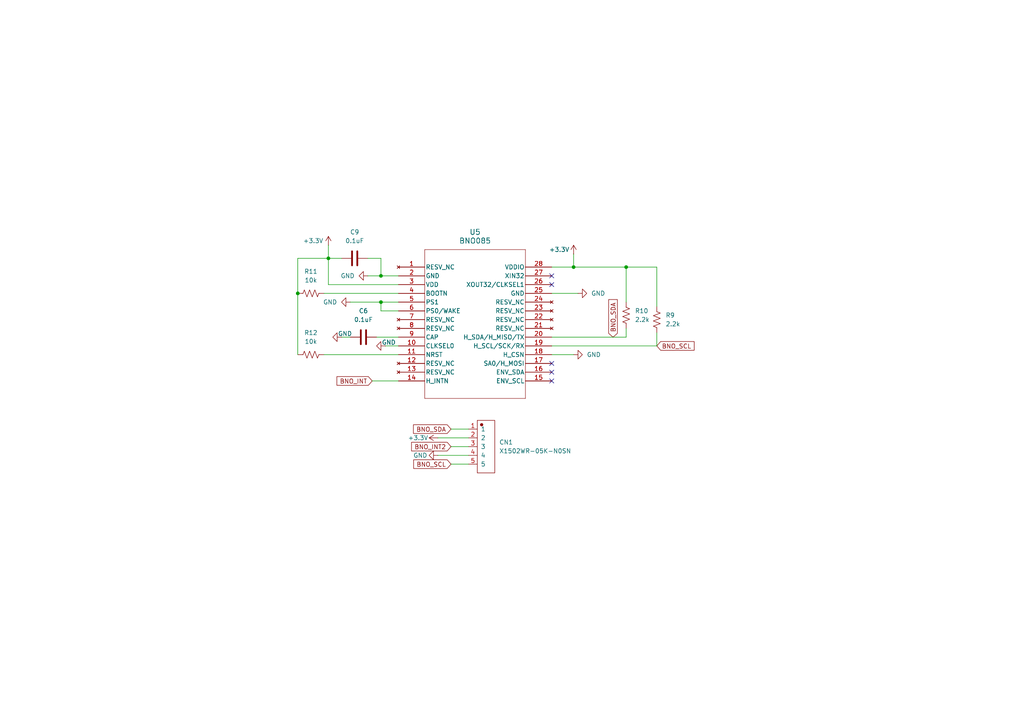
<source format=kicad_sch>
(kicad_sch
	(version 20231120)
	(generator "eeschema")
	(generator_version "8.0")
	(uuid "da091939-4ecb-4ebd-8278-50daad2015ba")
	(paper "A4")
	(lib_symbols
		(symbol "power:+3.3V"
			(power)
			(pin_numbers hide)
			(pin_names
				(offset 0) hide)
			(exclude_from_sim no)
			(in_bom yes)
			(on_board yes)
			(property "Reference" "#PWR"
				(at 0 -3.81 0)
				(effects
					(font
						(size 1.27 1.27)
					)
					(hide yes)
				)
			)
			(property "Value" "+3.3V"
				(at 0 3.556 0)
				(effects
					(font
						(size 1.27 1.27)
					)
				)
			)
			(property "Footprint" ""
				(at 0 0 0)
				(effects
					(font
						(size 1.27 1.27)
					)
					(hide yes)
				)
			)
			(property "Datasheet" ""
				(at 0 0 0)
				(effects
					(font
						(size 1.27 1.27)
					)
					(hide yes)
				)
			)
			(property "Description" "Power symbol creates a global label with name \"+3.3V\""
				(at 0 0 0)
				(effects
					(font
						(size 1.27 1.27)
					)
					(hide yes)
				)
			)
			(property "ki_keywords" "global power"
				(at 0 0 0)
				(effects
					(font
						(size 1.27 1.27)
					)
					(hide yes)
				)
			)
			(symbol "+3.3V_0_1"
				(polyline
					(pts
						(xy -0.762 1.27) (xy 0 2.54)
					)
					(stroke
						(width 0)
						(type default)
					)
					(fill
						(type none)
					)
				)
				(polyline
					(pts
						(xy 0 0) (xy 0 2.54)
					)
					(stroke
						(width 0)
						(type default)
					)
					(fill
						(type none)
					)
				)
				(polyline
					(pts
						(xy 0 2.54) (xy 0.762 1.27)
					)
					(stroke
						(width 0)
						(type default)
					)
					(fill
						(type none)
					)
				)
			)
			(symbol "+3.3V_1_1"
				(pin power_in line
					(at 0 0 90)
					(length 0)
					(name "~"
						(effects
							(font
								(size 1.27 1.27)
							)
						)
					)
					(number "1"
						(effects
							(font
								(size 1.27 1.27)
							)
						)
					)
				)
			)
		)
		(symbol "power:GND"
			(power)
			(pin_numbers hide)
			(pin_names
				(offset 0) hide)
			(exclude_from_sim no)
			(in_bom yes)
			(on_board yes)
			(property "Reference" "#PWR"
				(at 0 -6.35 0)
				(effects
					(font
						(size 1.27 1.27)
					)
					(hide yes)
				)
			)
			(property "Value" "GND"
				(at 0 -3.81 0)
				(effects
					(font
						(size 1.27 1.27)
					)
				)
			)
			(property "Footprint" ""
				(at 0 0 0)
				(effects
					(font
						(size 1.27 1.27)
					)
					(hide yes)
				)
			)
			(property "Datasheet" ""
				(at 0 0 0)
				(effects
					(font
						(size 1.27 1.27)
					)
					(hide yes)
				)
			)
			(property "Description" "Power symbol creates a global label with name \"GND\" , ground"
				(at 0 0 0)
				(effects
					(font
						(size 1.27 1.27)
					)
					(hide yes)
				)
			)
			(property "ki_keywords" "global power"
				(at 0 0 0)
				(effects
					(font
						(size 1.27 1.27)
					)
					(hide yes)
				)
			)
			(symbol "GND_0_1"
				(polyline
					(pts
						(xy 0 0) (xy 0 -1.27) (xy 1.27 -1.27) (xy 0 -2.54) (xy -1.27 -1.27) (xy 0 -1.27)
					)
					(stroke
						(width 0)
						(type default)
					)
					(fill
						(type none)
					)
				)
			)
			(symbol "GND_1_1"
				(pin power_in line
					(at 0 0 270)
					(length 0)
					(name "~"
						(effects
							(font
								(size 1.27 1.27)
							)
						)
					)
					(number "1"
						(effects
							(font
								(size 1.27 1.27)
							)
						)
					)
				)
			)
		)
		(symbol "uSlime:BNO085"
			(pin_names
				(offset 0.254)
			)
			(exclude_from_sim no)
			(in_bom yes)
			(on_board yes)
			(property "Reference" "U"
				(at 35.56 10.16 0)
				(effects
					(font
						(size 1.524 1.524)
					)
				)
			)
			(property "Value" "BNO085"
				(at 35.56 7.62 0)
				(effects
					(font
						(size 1.524 1.524)
					)
				)
			)
			(property "Footprint" "uSlime-libs:BNO080"
				(at 13.97 0 0)
				(effects
					(font
						(size 1.27 1.27)
						(italic yes)
					)
					(hide yes)
				)
			)
			(property "Datasheet" "BNO085"
				(at 13.97 0 0)
				(effects
					(font
						(size 1.27 1.27)
						(italic yes)
					)
					(hide yes)
				)
			)
			(property "Description" ""
				(at 13.97 0 0)
				(effects
					(font
						(size 1.27 1.27)
					)
					(hide yes)
				)
			)
			(property "ki_keywords" "BNO085"
				(at 0 0 0)
				(effects
					(font
						(size 1.27 1.27)
					)
					(hide yes)
				)
			)
			(property "ki_fp_filters" "LGA28_5.2X3.8_CEV LGA28_5.2X3.8_CEV-M LGA28_5.2X3.8_CEV-L"
				(at 0 0 0)
				(effects
					(font
						(size 1.27 1.27)
					)
					(hide yes)
				)
			)
			(symbol "BNO085_0_1"
				(polyline
					(pts
						(xy 21.59 -38.1) (xy 50.8 -38.1)
					)
					(stroke
						(width 0.127)
						(type default)
					)
					(fill
						(type none)
					)
				)
				(polyline
					(pts
						(xy 21.59 5.08) (xy 21.59 -38.1)
					)
					(stroke
						(width 0.127)
						(type default)
					)
					(fill
						(type none)
					)
				)
				(polyline
					(pts
						(xy 50.8 -38.1) (xy 50.8 5.08)
					)
					(stroke
						(width 0.127)
						(type default)
					)
					(fill
						(type none)
					)
				)
				(polyline
					(pts
						(xy 50.8 5.08) (xy 21.59 5.08)
					)
					(stroke
						(width 0.127)
						(type default)
					)
					(fill
						(type none)
					)
				)
				(pin no_connect line
					(at 13.97 0 0)
					(length 7.62)
					(name "RESV_NC"
						(effects
							(font
								(size 1.27 1.27)
							)
						)
					)
					(number "1"
						(effects
							(font
								(size 1.27 1.27)
							)
						)
					)
				)
				(pin input line
					(at 13.97 -22.86 0)
					(length 7.62)
					(name "CLKSEL0"
						(effects
							(font
								(size 1.27 1.27)
							)
						)
					)
					(number "10"
						(effects
							(font
								(size 1.27 1.27)
							)
						)
					)
				)
				(pin input line
					(at 13.97 -25.4 0)
					(length 7.62)
					(name "NRST"
						(effects
							(font
								(size 1.27 1.27)
							)
						)
					)
					(number "11"
						(effects
							(font
								(size 1.27 1.27)
							)
						)
					)
				)
				(pin no_connect line
					(at 13.97 -27.94 0)
					(length 7.62)
					(name "RESV_NC"
						(effects
							(font
								(size 1.27 1.27)
							)
						)
					)
					(number "12"
						(effects
							(font
								(size 1.27 1.27)
							)
						)
					)
				)
				(pin no_connect line
					(at 13.97 -30.48 0)
					(length 7.62)
					(name "RESV_NC"
						(effects
							(font
								(size 1.27 1.27)
							)
						)
					)
					(number "13"
						(effects
							(font
								(size 1.27 1.27)
							)
						)
					)
				)
				(pin output line
					(at 13.97 -33.02 0)
					(length 7.62)
					(name "H_INTN"
						(effects
							(font
								(size 1.27 1.27)
							)
						)
					)
					(number "14"
						(effects
							(font
								(size 1.27 1.27)
							)
						)
					)
				)
				(pin bidirectional line
					(at 58.42 -33.02 180)
					(length 7.62)
					(name "ENV_SCL"
						(effects
							(font
								(size 1.27 1.27)
							)
						)
					)
					(number "15"
						(effects
							(font
								(size 1.27 1.27)
							)
						)
					)
				)
				(pin bidirectional line
					(at 58.42 -30.48 180)
					(length 7.62)
					(name "ENV_SDA"
						(effects
							(font
								(size 1.27 1.27)
							)
						)
					)
					(number "16"
						(effects
							(font
								(size 1.27 1.27)
							)
						)
					)
				)
				(pin input line
					(at 58.42 -27.94 180)
					(length 7.62)
					(name "SA0/H_MOSI"
						(effects
							(font
								(size 1.27 1.27)
							)
						)
					)
					(number "17"
						(effects
							(font
								(size 1.27 1.27)
							)
						)
					)
				)
				(pin input line
					(at 58.42 -25.4 180)
					(length 7.62)
					(name "H_CSN"
						(effects
							(font
								(size 1.27 1.27)
							)
						)
					)
					(number "18"
						(effects
							(font
								(size 1.27 1.27)
							)
						)
					)
				)
				(pin bidirectional line
					(at 58.42 -22.86 180)
					(length 7.62)
					(name "H_SCL/SCK/RX"
						(effects
							(font
								(size 1.27 1.27)
							)
						)
					)
					(number "19"
						(effects
							(font
								(size 1.27 1.27)
							)
						)
					)
				)
				(pin power_out line
					(at 13.97 -2.54 0)
					(length 7.62)
					(name "GND"
						(effects
							(font
								(size 1.27 1.27)
							)
						)
					)
					(number "2"
						(effects
							(font
								(size 1.27 1.27)
							)
						)
					)
				)
				(pin bidirectional line
					(at 58.42 -20.32 180)
					(length 7.62)
					(name "H_SDA/H_MISO/TX"
						(effects
							(font
								(size 1.27 1.27)
							)
						)
					)
					(number "20"
						(effects
							(font
								(size 1.27 1.27)
							)
						)
					)
				)
				(pin no_connect line
					(at 58.42 -17.78 180)
					(length 7.62)
					(name "RESV_NC"
						(effects
							(font
								(size 1.27 1.27)
							)
						)
					)
					(number "21"
						(effects
							(font
								(size 1.27 1.27)
							)
						)
					)
				)
				(pin no_connect line
					(at 58.42 -15.24 180)
					(length 7.62)
					(name "RESV_NC"
						(effects
							(font
								(size 1.27 1.27)
							)
						)
					)
					(number "22"
						(effects
							(font
								(size 1.27 1.27)
							)
						)
					)
				)
				(pin no_connect line
					(at 58.42 -12.7 180)
					(length 7.62)
					(name "RESV_NC"
						(effects
							(font
								(size 1.27 1.27)
							)
						)
					)
					(number "23"
						(effects
							(font
								(size 1.27 1.27)
							)
						)
					)
				)
				(pin no_connect line
					(at 58.42 -10.16 180)
					(length 7.62)
					(name "RESV_NC"
						(effects
							(font
								(size 1.27 1.27)
							)
						)
					)
					(number "24"
						(effects
							(font
								(size 1.27 1.27)
							)
						)
					)
				)
				(pin power_out line
					(at 58.42 -7.62 180)
					(length 7.62)
					(name "GND"
						(effects
							(font
								(size 1.27 1.27)
							)
						)
					)
					(number "25"
						(effects
							(font
								(size 1.27 1.27)
							)
						)
					)
				)
				(pin output line
					(at 58.42 -5.08 180)
					(length 7.62)
					(name "XOUT32/CLKSEL1"
						(effects
							(font
								(size 1.27 1.27)
							)
						)
					)
					(number "26"
						(effects
							(font
								(size 1.27 1.27)
							)
						)
					)
				)
				(pin input line
					(at 58.42 -2.54 180)
					(length 7.62)
					(name "XIN32"
						(effects
							(font
								(size 1.27 1.27)
							)
						)
					)
					(number "27"
						(effects
							(font
								(size 1.27 1.27)
							)
						)
					)
				)
				(pin power_in line
					(at 58.42 0 180)
					(length 7.62)
					(name "VDDIO"
						(effects
							(font
								(size 1.27 1.27)
							)
						)
					)
					(number "28"
						(effects
							(font
								(size 1.27 1.27)
							)
						)
					)
				)
				(pin power_in line
					(at 13.97 -5.08 0)
					(length 7.62)
					(name "VDD"
						(effects
							(font
								(size 1.27 1.27)
							)
						)
					)
					(number "3"
						(effects
							(font
								(size 1.27 1.27)
							)
						)
					)
				)
				(pin input line
					(at 13.97 -7.62 0)
					(length 7.62)
					(name "BOOTN"
						(effects
							(font
								(size 1.27 1.27)
							)
						)
					)
					(number "4"
						(effects
							(font
								(size 1.27 1.27)
							)
						)
					)
				)
				(pin input line
					(at 13.97 -10.16 0)
					(length 7.62)
					(name "PS1"
						(effects
							(font
								(size 1.27 1.27)
							)
						)
					)
					(number "5"
						(effects
							(font
								(size 1.27 1.27)
							)
						)
					)
				)
				(pin input line
					(at 13.97 -12.7 0)
					(length 7.62)
					(name "PS0/WAKE"
						(effects
							(font
								(size 1.27 1.27)
							)
						)
					)
					(number "6"
						(effects
							(font
								(size 1.27 1.27)
							)
						)
					)
				)
				(pin no_connect line
					(at 13.97 -15.24 0)
					(length 7.62)
					(name "RESV_NC"
						(effects
							(font
								(size 1.27 1.27)
							)
						)
					)
					(number "7"
						(effects
							(font
								(size 1.27 1.27)
							)
						)
					)
				)
				(pin no_connect line
					(at 13.97 -17.78 0)
					(length 7.62)
					(name "RESV_NC"
						(effects
							(font
								(size 1.27 1.27)
							)
						)
					)
					(number "8"
						(effects
							(font
								(size 1.27 1.27)
							)
						)
					)
				)
				(pin power_in line
					(at 13.97 -20.32 0)
					(length 7.62)
					(name "CAP"
						(effects
							(font
								(size 1.27 1.27)
							)
						)
					)
					(number "9"
						(effects
							(font
								(size 1.27 1.27)
							)
						)
					)
				)
			)
		)
		(symbol "uSlime:C"
			(pin_numbers hide)
			(pin_names
				(offset 0.254)
			)
			(exclude_from_sim no)
			(in_bom yes)
			(on_board yes)
			(property "Reference" "C"
				(at 0.635 2.54 0)
				(effects
					(font
						(size 1.27 1.27)
					)
					(justify left)
				)
			)
			(property "Value" "C"
				(at 0.635 -2.54 0)
				(effects
					(font
						(size 1.27 1.27)
					)
					(justify left)
				)
			)
			(property "Footprint" "Capacitor_SMD:C_0402_1005Metric"
				(at 0.9652 -3.81 0)
				(effects
					(font
						(size 1.27 1.27)
					)
					(hide yes)
				)
			)
			(property "Datasheet" "~"
				(at 0 0 0)
				(effects
					(font
						(size 1.27 1.27)
					)
					(hide yes)
				)
			)
			(property "Description" "Unpolarized capacitor"
				(at 0 0 0)
				(effects
					(font
						(size 1.27 1.27)
					)
					(hide yes)
				)
			)
			(property "ki_keywords" "cap capacitor"
				(at 0 0 0)
				(effects
					(font
						(size 1.27 1.27)
					)
					(hide yes)
				)
			)
			(property "ki_fp_filters" "C_*"
				(at 0 0 0)
				(effects
					(font
						(size 1.27 1.27)
					)
					(hide yes)
				)
			)
			(symbol "C_0_1"
				(polyline
					(pts
						(xy -2.032 -0.762) (xy 2.032 -0.762)
					)
					(stroke
						(width 0.508)
						(type default)
					)
					(fill
						(type none)
					)
				)
				(polyline
					(pts
						(xy -2.032 0.762) (xy 2.032 0.762)
					)
					(stroke
						(width 0.508)
						(type default)
					)
					(fill
						(type none)
					)
				)
			)
			(symbol "C_1_1"
				(pin passive line
					(at 0 3.81 270)
					(length 2.794)
					(name "~"
						(effects
							(font
								(size 1.27 1.27)
							)
						)
					)
					(number "1"
						(effects
							(font
								(size 1.27 1.27)
							)
						)
					)
				)
				(pin passive line
					(at 0 -3.81 90)
					(length 2.794)
					(name "~"
						(effects
							(font
								(size 1.27 1.27)
							)
						)
					)
					(number "2"
						(effects
							(font
								(size 1.27 1.27)
							)
						)
					)
				)
			)
		)
		(symbol "uSlime:R_US"
			(pin_numbers hide)
			(pin_names
				(offset 0)
			)
			(exclude_from_sim no)
			(in_bom yes)
			(on_board yes)
			(property "Reference" "R"
				(at 2.54 0 90)
				(effects
					(font
						(size 1.27 1.27)
					)
				)
			)
			(property "Value" "R_US"
				(at -2.54 0 90)
				(effects
					(font
						(size 1.27 1.27)
					)
				)
			)
			(property "Footprint" "Resistor_SMD:R_0402_1005Metric"
				(at 1.016 -0.254 90)
				(effects
					(font
						(size 1.27 1.27)
					)
					(hide yes)
				)
			)
			(property "Datasheet" "~"
				(at 0 0 0)
				(effects
					(font
						(size 1.27 1.27)
					)
					(hide yes)
				)
			)
			(property "Description" "Resistor, US symbol"
				(at 0 0 0)
				(effects
					(font
						(size 1.27 1.27)
					)
					(hide yes)
				)
			)
			(property "ki_keywords" "R res resistor"
				(at 0 0 0)
				(effects
					(font
						(size 1.27 1.27)
					)
					(hide yes)
				)
			)
			(property "ki_fp_filters" "R_*"
				(at 0 0 0)
				(effects
					(font
						(size 1.27 1.27)
					)
					(hide yes)
				)
			)
			(symbol "R_US_0_1"
				(polyline
					(pts
						(xy 0 -2.286) (xy 0 -2.54)
					)
					(stroke
						(width 0)
						(type default)
					)
					(fill
						(type none)
					)
				)
				(polyline
					(pts
						(xy 0 2.286) (xy 0 2.54)
					)
					(stroke
						(width 0)
						(type default)
					)
					(fill
						(type none)
					)
				)
				(polyline
					(pts
						(xy 0 -0.762) (xy 1.016 -1.143) (xy 0 -1.524) (xy -1.016 -1.905) (xy 0 -2.286)
					)
					(stroke
						(width 0)
						(type default)
					)
					(fill
						(type none)
					)
				)
				(polyline
					(pts
						(xy 0 0.762) (xy 1.016 0.381) (xy 0 0) (xy -1.016 -0.381) (xy 0 -0.762)
					)
					(stroke
						(width 0)
						(type default)
					)
					(fill
						(type none)
					)
				)
				(polyline
					(pts
						(xy 0 2.286) (xy 1.016 1.905) (xy 0 1.524) (xy -1.016 1.143) (xy 0 0.762)
					)
					(stroke
						(width 0)
						(type default)
					)
					(fill
						(type none)
					)
				)
			)
			(symbol "R_US_1_1"
				(pin passive line
					(at 0 3.81 270)
					(length 1.27)
					(name "~"
						(effects
							(font
								(size 1.27 1.27)
							)
						)
					)
					(number "1"
						(effects
							(font
								(size 1.27 1.27)
							)
						)
					)
				)
				(pin passive line
					(at 0 -3.81 90)
					(length 1.27)
					(name "~"
						(effects
							(font
								(size 1.27 1.27)
							)
						)
					)
					(number "2"
						(effects
							(font
								(size 1.27 1.27)
							)
						)
					)
				)
			)
		)
		(symbol "uSlime:X1502WR-05K-N0SN"
			(pin_names
				(offset 1.016)
			)
			(exclude_from_sim no)
			(in_bom yes)
			(on_board yes)
			(property "Reference" "CN"
				(at 0 10.16 0)
				(effects
					(font
						(size 1.27 1.27)
					)
				)
			)
			(property "Value" "X1502WR-05K-N0SN"
				(at 0 15.24 0)
				(effects
					(font
						(size 1.27 1.27)
					)
				)
			)
			(property "Footprint" "uSlime-libs:CONN-TH_5P-P1.50_X1502WR-05K-N0SN"
				(at 0 5.08 0)
				(effects
					(font
						(size 1.27 1.27)
					)
					(hide yes)
				)
			)
			(property "Datasheet" "http://www.szlcsc.com/product/details_587019.html"
				(at 0 0 0)
				(effects
					(font
						(size 1.27 1.27)
					)
					(hide yes)
				)
			)
			(property "Description" "C561537"
				(at 0 -5.08 0)
				(effects
					(font
						(size 1.27 1.27)
					)
					(hide yes)
				)
			)
			(property "uuid" "std:268fd150cfff42dfa6c6c0b3cfd730b2"
				(at 0 -5.08 0)
				(effects
					(font
						(size 1.27 1.27)
					)
					(hide yes)
				)
			)
			(symbol "X1502WR-05K-N0SN_1_1"
				(rectangle
					(start -2.54 7.62)
					(end 2.54 -7.62)
					(stroke
						(width 0.1524)
						(type solid)
					)
					(fill
						(type none)
					)
				)
				(circle
					(center -1.27 6.35)
					(radius 0.381)
					(stroke
						(width 0.1524)
						(type solid)
					)
					(fill
						(type outline)
					)
				)
				(pin input line
					(at -5.08 5.08 0)
					(length 2.54)
					(name "1"
						(effects
							(font
								(size 1.27 1.27)
							)
						)
					)
					(number "1"
						(effects
							(font
								(size 1.27 1.27)
							)
						)
					)
				)
				(pin input line
					(at -5.08 2.54 0)
					(length 2.54)
					(name "2"
						(effects
							(font
								(size 1.27 1.27)
							)
						)
					)
					(number "2"
						(effects
							(font
								(size 1.27 1.27)
							)
						)
					)
				)
				(pin input line
					(at -5.08 0 0)
					(length 2.54)
					(name "3"
						(effects
							(font
								(size 1.27 1.27)
							)
						)
					)
					(number "3"
						(effects
							(font
								(size 1.27 1.27)
							)
						)
					)
				)
				(pin input line
					(at -5.08 -2.54 0)
					(length 2.54)
					(name "4"
						(effects
							(font
								(size 1.27 1.27)
							)
						)
					)
					(number "4"
						(effects
							(font
								(size 1.27 1.27)
							)
						)
					)
				)
				(pin input line
					(at -5.08 -5.08 0)
					(length 2.54)
					(name "5"
						(effects
							(font
								(size 1.27 1.27)
							)
						)
					)
					(number "5"
						(effects
							(font
								(size 1.27 1.27)
							)
						)
					)
				)
			)
		)
	)
	(junction
		(at 95.25 74.93)
		(diameter 0)
		(color 0 0 0 0)
		(uuid "2b326b22-55f9-4dc0-a2ca-82f33b1141a1")
	)
	(junction
		(at 86.36 85.09)
		(diameter 0)
		(color 0 0 0 0)
		(uuid "3b452d55-1675-489b-8807-115bd85725f1")
	)
	(junction
		(at 181.61 77.47)
		(diameter 0)
		(color 0 0 0 0)
		(uuid "6442f09c-a732-4311-bfd3-8ac79a3794fc")
	)
	(junction
		(at 110.49 87.63)
		(diameter 0)
		(color 0 0 0 0)
		(uuid "706a045b-7f66-4488-ad7c-960536b7caa4")
	)
	(junction
		(at 110.49 80.01)
		(diameter 0)
		(color 0 0 0 0)
		(uuid "b3d3334d-69dc-4c84-bdd3-ff28309a3adc")
	)
	(junction
		(at 166.37 77.47)
		(diameter 0)
		(color 0 0 0 0)
		(uuid "be19aae2-4891-40b9-b403-102f9214ae40")
	)
	(no_connect
		(at 160.02 105.41)
		(uuid "0e89013f-0821-4329-8dd9-7fb879c11b64")
	)
	(no_connect
		(at 160.02 82.55)
		(uuid "31efc91b-3f45-4b21-924e-248855b3501a")
	)
	(no_connect
		(at 160.02 110.49)
		(uuid "4fe21af0-1b2f-42fa-bf76-7fb69ecf40bb")
	)
	(no_connect
		(at 160.02 80.01)
		(uuid "dc5349a9-b06b-4931-8270-1fa4b4dcc3f0")
	)
	(no_connect
		(at 160.02 107.95)
		(uuid "dd08c5e0-6b63-4c56-863f-9b456d7bca5d")
	)
	(wire
		(pts
			(xy 86.36 85.09) (xy 86.36 102.87)
		)
		(stroke
			(width 0)
			(type default)
		)
		(uuid "058ae2ef-6778-41ce-9213-4fca50c1b7c1")
	)
	(wire
		(pts
			(xy 109.22 97.79) (xy 115.57 97.79)
		)
		(stroke
			(width 0)
			(type default)
		)
		(uuid "0e89e2a6-d5b9-47cd-8fe3-b466eabcecd2")
	)
	(wire
		(pts
			(xy 127 132.08) (xy 135.89 132.08)
		)
		(stroke
			(width 0)
			(type default)
		)
		(uuid "0fcd3b81-ebf8-433a-be2a-c4f542f14126")
	)
	(wire
		(pts
			(xy 115.57 102.87) (xy 93.98 102.87)
		)
		(stroke
			(width 0)
			(type default)
		)
		(uuid "100875f1-ea66-488d-8cc8-9f31300e4613")
	)
	(wire
		(pts
			(xy 160.02 102.87) (xy 166.37 102.87)
		)
		(stroke
			(width 0)
			(type default)
		)
		(uuid "1b840efa-bbd5-45c8-8f3a-cd9bf05169f5")
	)
	(wire
		(pts
			(xy 130.81 124.46) (xy 135.89 124.46)
		)
		(stroke
			(width 0)
			(type default)
		)
		(uuid "22c48e9e-7f34-4e9b-83e3-281f1dda44de")
	)
	(wire
		(pts
			(xy 107.95 110.49) (xy 115.57 110.49)
		)
		(stroke
			(width 0)
			(type default)
		)
		(uuid "25b959be-96c5-4090-bd11-28fa73373b7d")
	)
	(wire
		(pts
			(xy 181.61 95.25) (xy 181.61 97.79)
		)
		(stroke
			(width 0)
			(type default)
		)
		(uuid "25bf27f0-11c6-48aa-914d-e6121c4e5cab")
	)
	(wire
		(pts
			(xy 190.5 96.52) (xy 190.5 100.33)
		)
		(stroke
			(width 0)
			(type default)
		)
		(uuid "36a51a36-3e29-466d-923b-0ee5783d7d93")
	)
	(wire
		(pts
			(xy 127 127) (xy 135.89 127)
		)
		(stroke
			(width 0)
			(type default)
		)
		(uuid "3df1f511-8966-4d2c-8e0b-0e9e6a2b721f")
	)
	(wire
		(pts
			(xy 106.68 80.01) (xy 110.49 80.01)
		)
		(stroke
			(width 0)
			(type default)
		)
		(uuid "40e70aff-f7ba-4fac-9992-2b3eb81b697c")
	)
	(wire
		(pts
			(xy 167.64 85.09) (xy 160.02 85.09)
		)
		(stroke
			(width 0)
			(type default)
		)
		(uuid "41696319-42b8-4a6c-8e2c-b1f944473ac3")
	)
	(wire
		(pts
			(xy 99.06 97.79) (xy 101.6 97.79)
		)
		(stroke
			(width 0)
			(type default)
		)
		(uuid "46112ea8-a19f-4835-9221-6ec5a1baf0c4")
	)
	(wire
		(pts
			(xy 130.81 134.62) (xy 135.89 134.62)
		)
		(stroke
			(width 0)
			(type default)
		)
		(uuid "4696a8ad-0b23-4e29-b481-940aaa4cf228")
	)
	(wire
		(pts
			(xy 190.5 100.33) (xy 160.02 100.33)
		)
		(stroke
			(width 0)
			(type default)
		)
		(uuid "487a6ad6-c24b-44e6-ae1b-1e058a28be2c")
	)
	(wire
		(pts
			(xy 110.49 87.63) (xy 115.57 87.63)
		)
		(stroke
			(width 0)
			(type default)
		)
		(uuid "59b962a7-5ada-4f2c-a3f0-87917c0344b7")
	)
	(wire
		(pts
			(xy 111.76 100.33) (xy 115.57 100.33)
		)
		(stroke
			(width 0)
			(type default)
		)
		(uuid "6160cc24-bd6b-45be-935c-26c81a14c420")
	)
	(wire
		(pts
			(xy 110.49 87.63) (xy 110.49 90.17)
		)
		(stroke
			(width 0)
			(type default)
		)
		(uuid "6e9af3d1-e553-4e97-990f-a11461a54eff")
	)
	(wire
		(pts
			(xy 95.25 71.12) (xy 95.25 74.93)
		)
		(stroke
			(width 0)
			(type default)
		)
		(uuid "72d12bf0-92c3-470d-95c7-9f8748ec9860")
	)
	(wire
		(pts
			(xy 101.6 87.63) (xy 110.49 87.63)
		)
		(stroke
			(width 0)
			(type default)
		)
		(uuid "7a371fdd-fab2-4568-941f-363217349450")
	)
	(wire
		(pts
			(xy 110.49 74.93) (xy 110.49 80.01)
		)
		(stroke
			(width 0)
			(type default)
		)
		(uuid "7f63bdba-45f5-47f7-88c2-2adb514876d9")
	)
	(wire
		(pts
			(xy 86.36 85.09) (xy 86.36 74.93)
		)
		(stroke
			(width 0)
			(type default)
		)
		(uuid "835dede9-c4df-44a7-96a3-c9c39c95562b")
	)
	(wire
		(pts
			(xy 160.02 97.79) (xy 181.61 97.79)
		)
		(stroke
			(width 0)
			(type default)
		)
		(uuid "8c46f4d5-1293-4d03-81d4-1a2b74bcfeab")
	)
	(wire
		(pts
			(xy 166.37 77.47) (xy 160.02 77.47)
		)
		(stroke
			(width 0)
			(type default)
		)
		(uuid "8fa1a222-562b-4064-8e5f-8323b5f07e0d")
	)
	(wire
		(pts
			(xy 181.61 87.63) (xy 181.61 77.47)
		)
		(stroke
			(width 0)
			(type default)
		)
		(uuid "9044465e-42a7-414a-bcaa-e843d414fea3")
	)
	(wire
		(pts
			(xy 86.36 74.93) (xy 95.25 74.93)
		)
		(stroke
			(width 0)
			(type default)
		)
		(uuid "9918bc2f-f601-4aa1-8cf7-f4a5963a97a0")
	)
	(wire
		(pts
			(xy 130.81 129.54) (xy 135.89 129.54)
		)
		(stroke
			(width 0)
			(type default)
		)
		(uuid "a1469114-f7b0-425a-8b68-efc383b32eef")
	)
	(wire
		(pts
			(xy 93.98 85.09) (xy 115.57 85.09)
		)
		(stroke
			(width 0)
			(type default)
		)
		(uuid "a2b64641-5836-4ae4-be1d-bb323c98bf91")
	)
	(wire
		(pts
			(xy 166.37 73.66) (xy 166.37 77.47)
		)
		(stroke
			(width 0)
			(type default)
		)
		(uuid "a9ca66ad-a745-44f6-9d76-eb8be7b79dd3")
	)
	(wire
		(pts
			(xy 95.25 82.55) (xy 115.57 82.55)
		)
		(stroke
			(width 0)
			(type default)
		)
		(uuid "b9f0de09-8eb7-4cac-993f-50752cc91179")
	)
	(wire
		(pts
			(xy 95.25 74.93) (xy 99.06 74.93)
		)
		(stroke
			(width 0)
			(type default)
		)
		(uuid "c0217274-cec8-4ce7-9284-335eaf2ab25d")
	)
	(wire
		(pts
			(xy 190.5 88.9) (xy 190.5 77.47)
		)
		(stroke
			(width 0)
			(type default)
		)
		(uuid "c3935de4-c3a1-4ceb-9545-ed7b37a88ba8")
	)
	(wire
		(pts
			(xy 106.68 74.93) (xy 110.49 74.93)
		)
		(stroke
			(width 0)
			(type default)
		)
		(uuid "cccf675b-8501-4ab7-9b6d-b317cad8cb9d")
	)
	(wire
		(pts
			(xy 95.25 74.93) (xy 95.25 82.55)
		)
		(stroke
			(width 0)
			(type default)
		)
		(uuid "cdb4ef72-f04a-4273-986e-bc2560cc204b")
	)
	(wire
		(pts
			(xy 166.37 77.47) (xy 181.61 77.47)
		)
		(stroke
			(width 0)
			(type default)
		)
		(uuid "d90e18a9-8d51-49da-8ac4-bf2d623abf94")
	)
	(wire
		(pts
			(xy 190.5 77.47) (xy 181.61 77.47)
		)
		(stroke
			(width 0)
			(type default)
		)
		(uuid "f5dd50a3-a0ed-42a2-b967-96136d704585")
	)
	(wire
		(pts
			(xy 115.57 90.17) (xy 110.49 90.17)
		)
		(stroke
			(width 0)
			(type default)
		)
		(uuid "f96d110f-0ff2-4977-9727-9f1d0f8d4f6d")
	)
	(wire
		(pts
			(xy 110.49 80.01) (xy 115.57 80.01)
		)
		(stroke
			(width 0)
			(type default)
		)
		(uuid "fef1b1fe-49c2-4912-847a-8aa5766e6a8c")
	)
	(global_label "BNO_SDA"
		(shape input)
		(at 130.81 124.46 180)
		(fields_autoplaced yes)
		(effects
			(font
				(size 1.27 1.27)
			)
			(justify right)
		)
		(uuid "13fc1858-8eef-4d35-8d2c-a89cde974e4e")
		(property "Intersheetrefs" "${INTERSHEET_REFS}"
			(at 119.3581 124.46 0)
			(effects
				(font
					(size 1.27 1.27)
				)
				(justify right)
				(hide yes)
			)
		)
	)
	(global_label "BNO_INT2"
		(shape input)
		(at 130.81 129.54 180)
		(fields_autoplaced yes)
		(effects
			(font
				(size 1.27 1.27)
			)
			(justify right)
		)
		(uuid "2857cbec-966a-43be-ac50-135f81d1f654")
		(property "Intersheetrefs" "${INTERSHEET_REFS}"
			(at 118.8138 129.54 0)
			(effects
				(font
					(size 1.27 1.27)
				)
				(justify right)
				(hide yes)
			)
		)
	)
	(global_label "BNO_SCL"
		(shape input)
		(at 190.5 100.33 0)
		(fields_autoplaced yes)
		(effects
			(font
				(size 1.27 1.27)
			)
			(justify left)
		)
		(uuid "2be74214-d4c0-4fea-a41b-52290d4ca345")
		(property "Intersheetrefs" "${INTERSHEET_REFS}"
			(at 201.8914 100.33 0)
			(effects
				(font
					(size 1.27 1.27)
				)
				(justify left)
				(hide yes)
			)
		)
	)
	(global_label "BNO_SCL"
		(shape input)
		(at 130.81 134.62 180)
		(fields_autoplaced yes)
		(effects
			(font
				(size 1.27 1.27)
			)
			(justify right)
		)
		(uuid "3974c31b-950f-4054-b155-a37218c1c781")
		(property "Intersheetrefs" "${INTERSHEET_REFS}"
			(at 119.4186 134.62 0)
			(effects
				(font
					(size 1.27 1.27)
				)
				(justify right)
				(hide yes)
			)
		)
	)
	(global_label "BNO_INT"
		(shape input)
		(at 107.95 110.49 180)
		(fields_autoplaced yes)
		(effects
			(font
				(size 1.27 1.27)
			)
			(justify right)
		)
		(uuid "c5eb8419-9274-40c8-ad4a-1babcbf4ef6d")
		(property "Intersheetrefs" "${INTERSHEET_REFS}"
			(at 97.1633 110.49 0)
			(effects
				(font
					(size 1.27 1.27)
				)
				(justify right)
				(hide yes)
			)
		)
	)
	(global_label "BNO_SDA"
		(shape input)
		(at 177.8 97.79 90)
		(fields_autoplaced yes)
		(effects
			(font
				(size 1.27 1.27)
			)
			(justify left)
		)
		(uuid "e4a0a20a-1ef8-40b2-b730-2c1b6a0b1a1b")
		(property "Intersheetrefs" "${INTERSHEET_REFS}"
			(at 177.8 86.3381 90)
			(effects
				(font
					(size 1.27 1.27)
				)
				(justify left)
				(hide yes)
			)
		)
	)
	(symbol
		(lib_id "uSlime:R_US")
		(at 90.17 102.87 270)
		(unit 1)
		(exclude_from_sim no)
		(in_bom yes)
		(on_board yes)
		(dnp no)
		(fields_autoplaced yes)
		(uuid "0d84c185-bafa-459f-9be0-7fad5e471b1b")
		(property "Reference" "R12"
			(at 90.17 96.52 90)
			(effects
				(font
					(size 1.27 1.27)
				)
			)
		)
		(property "Value" "10k"
			(at 90.17 99.06 90)
			(effects
				(font
					(size 1.27 1.27)
				)
			)
		)
		(property "Footprint" "Resistor_SMD:R_0402_1005Metric"
			(at 89.916 103.886 90)
			(effects
				(font
					(size 1.27 1.27)
				)
				(hide yes)
			)
		)
		(property "Datasheet" "~"
			(at 90.17 102.87 0)
			(effects
				(font
					(size 1.27 1.27)
				)
				(hide yes)
			)
		)
		(property "Description" "Resistor, US symbol"
			(at 90.17 102.87 0)
			(effects
				(font
					(size 1.27 1.27)
				)
				(hide yes)
			)
		)
		(pin "2"
			(uuid "4d38e5d6-00e4-4b66-b02c-58c8617c0a55")
		)
		(pin "1"
			(uuid "dcea6219-1e60-44e1-a2f0-40be23bfb5b3")
		)
		(instances
			(project "uSlime"
				(path "/f32c1c49-f803-4e7c-a530-6db148a7ba36/1072de81-ddaf-4115-9b1e-8b480e2a0117"
					(reference "R12")
					(unit 1)
				)
			)
		)
	)
	(symbol
		(lib_id "power:GND")
		(at 99.06 97.79 270)
		(unit 1)
		(exclude_from_sim no)
		(in_bom yes)
		(on_board yes)
		(dnp no)
		(uuid "1a68403f-b47f-4bd8-baee-1a8dd6a788cc")
		(property "Reference" "#PWR018"
			(at 92.71 97.79 0)
			(effects
				(font
					(size 1.27 1.27)
				)
				(hide yes)
			)
		)
		(property "Value" "GND"
			(at 102.108 96.774 90)
			(effects
				(font
					(size 1.27 1.27)
				)
				(justify right)
			)
		)
		(property "Footprint" ""
			(at 99.06 97.79 0)
			(effects
				(font
					(size 1.27 1.27)
				)
				(hide yes)
			)
		)
		(property "Datasheet" ""
			(at 99.06 97.79 0)
			(effects
				(font
					(size 1.27 1.27)
				)
				(hide yes)
			)
		)
		(property "Description" "Power symbol creates a global label with name \"GND\" , ground"
			(at 99.06 97.79 0)
			(effects
				(font
					(size 1.27 1.27)
				)
				(hide yes)
			)
		)
		(pin "1"
			(uuid "2c4a8fa1-3d15-45de-88e1-55fe7426e270")
		)
		(instances
			(project "uSlime"
				(path "/f32c1c49-f803-4e7c-a530-6db148a7ba36/1072de81-ddaf-4115-9b1e-8b480e2a0117"
					(reference "#PWR018")
					(unit 1)
				)
			)
		)
	)
	(symbol
		(lib_id "power:GND")
		(at 166.37 102.87 90)
		(unit 1)
		(exclude_from_sim no)
		(in_bom yes)
		(on_board yes)
		(dnp no)
		(fields_autoplaced yes)
		(uuid "254a6cfb-c06b-4562-8972-f818c2bf9b39")
		(property "Reference" "#PWR013"
			(at 172.72 102.87 0)
			(effects
				(font
					(size 1.27 1.27)
				)
				(hide yes)
			)
		)
		(property "Value" "GND"
			(at 170.18 102.8699 90)
			(effects
				(font
					(size 1.27 1.27)
				)
				(justify right)
			)
		)
		(property "Footprint" ""
			(at 166.37 102.87 0)
			(effects
				(font
					(size 1.27 1.27)
				)
				(hide yes)
			)
		)
		(property "Datasheet" ""
			(at 166.37 102.87 0)
			(effects
				(font
					(size 1.27 1.27)
				)
				(hide yes)
			)
		)
		(property "Description" "Power symbol creates a global label with name \"GND\" , ground"
			(at 166.37 102.87 0)
			(effects
				(font
					(size 1.27 1.27)
				)
				(hide yes)
			)
		)
		(pin "1"
			(uuid "f778e7e7-ef62-4336-ae28-5a15f1116c20")
		)
		(instances
			(project "uSlime"
				(path "/f32c1c49-f803-4e7c-a530-6db148a7ba36/1072de81-ddaf-4115-9b1e-8b480e2a0117"
					(reference "#PWR013")
					(unit 1)
				)
			)
		)
	)
	(symbol
		(lib_id "uSlime:C")
		(at 105.41 97.79 90)
		(unit 1)
		(exclude_from_sim no)
		(in_bom yes)
		(on_board yes)
		(dnp no)
		(fields_autoplaced yes)
		(uuid "39352d43-2e20-4086-b68d-d1b951a398e3")
		(property "Reference" "C6"
			(at 105.41 90.17 90)
			(effects
				(font
					(size 1.27 1.27)
				)
			)
		)
		(property "Value" "0.1uF"
			(at 105.41 92.71 90)
			(effects
				(font
					(size 1.27 1.27)
				)
			)
		)
		(property "Footprint" "Capacitor_SMD:C_0402_1005Metric"
			(at 109.22 96.8248 0)
			(effects
				(font
					(size 1.27 1.27)
				)
				(hide yes)
			)
		)
		(property "Datasheet" "~"
			(at 105.41 97.79 0)
			(effects
				(font
					(size 1.27 1.27)
				)
				(hide yes)
			)
		)
		(property "Description" "Unpolarized capacitor"
			(at 105.41 97.79 0)
			(effects
				(font
					(size 1.27 1.27)
				)
				(hide yes)
			)
		)
		(pin "2"
			(uuid "dc4336d4-ef36-4a28-bee3-71a540684e10")
		)
		(pin "1"
			(uuid "5175ac7f-8fc8-4b1e-8e36-f8117f104e2b")
		)
		(instances
			(project "uSlime"
				(path "/f32c1c49-f803-4e7c-a530-6db148a7ba36/1072de81-ddaf-4115-9b1e-8b480e2a0117"
					(reference "C6")
					(unit 1)
				)
			)
		)
	)
	(symbol
		(lib_id "power:+3.3V")
		(at 127 127 90)
		(unit 1)
		(exclude_from_sim no)
		(in_bom yes)
		(on_board yes)
		(dnp no)
		(uuid "472043dd-5ef9-4485-a4ee-4639e53cdff5")
		(property "Reference" "#PWR021"
			(at 130.81 127 0)
			(effects
				(font
					(size 1.27 1.27)
				)
				(hide yes)
			)
		)
		(property "Value" "+3.3V"
			(at 124.206 127 90)
			(effects
				(font
					(size 1.27 1.27)
				)
				(justify left)
			)
		)
		(property "Footprint" ""
			(at 127 127 0)
			(effects
				(font
					(size 1.27 1.27)
				)
				(hide yes)
			)
		)
		(property "Datasheet" ""
			(at 127 127 0)
			(effects
				(font
					(size 1.27 1.27)
				)
				(hide yes)
			)
		)
		(property "Description" "Power symbol creates a global label with name \"+3.3V\""
			(at 127 127 0)
			(effects
				(font
					(size 1.27 1.27)
				)
				(hide yes)
			)
		)
		(pin "1"
			(uuid "adc59703-e9d5-4168-810f-06d043004b01")
		)
		(instances
			(project "uSlime"
				(path "/f32c1c49-f803-4e7c-a530-6db148a7ba36/1072de81-ddaf-4115-9b1e-8b480e2a0117"
					(reference "#PWR021")
					(unit 1)
				)
			)
		)
	)
	(symbol
		(lib_id "power:GND")
		(at 111.76 100.33 270)
		(unit 1)
		(exclude_from_sim no)
		(in_bom yes)
		(on_board yes)
		(dnp no)
		(uuid "4a2deaf0-5152-4338-84b4-076dacf4920b")
		(property "Reference" "#PWR011"
			(at 105.41 100.33 0)
			(effects
				(font
					(size 1.27 1.27)
				)
				(hide yes)
			)
		)
		(property "Value" "GND"
			(at 114.808 99.314 90)
			(effects
				(font
					(size 1.27 1.27)
				)
				(justify right)
			)
		)
		(property "Footprint" ""
			(at 111.76 100.33 0)
			(effects
				(font
					(size 1.27 1.27)
				)
				(hide yes)
			)
		)
		(property "Datasheet" ""
			(at 111.76 100.33 0)
			(effects
				(font
					(size 1.27 1.27)
				)
				(hide yes)
			)
		)
		(property "Description" "Power symbol creates a global label with name \"GND\" , ground"
			(at 111.76 100.33 0)
			(effects
				(font
					(size 1.27 1.27)
				)
				(hide yes)
			)
		)
		(pin "1"
			(uuid "63be6d5d-5fb5-445a-a37f-c915b9341943")
		)
		(instances
			(project "uSlime"
				(path "/f32c1c49-f803-4e7c-a530-6db148a7ba36/1072de81-ddaf-4115-9b1e-8b480e2a0117"
					(reference "#PWR011")
					(unit 1)
				)
			)
		)
	)
	(symbol
		(lib_id "power:GND")
		(at 167.64 85.09 90)
		(unit 1)
		(exclude_from_sim no)
		(in_bom yes)
		(on_board yes)
		(dnp no)
		(fields_autoplaced yes)
		(uuid "6d092cd3-2cdd-4401-b43d-d7c47ecf4fd8")
		(property "Reference" "#PWR09"
			(at 173.99 85.09 0)
			(effects
				(font
					(size 1.27 1.27)
				)
				(hide yes)
			)
		)
		(property "Value" "GND"
			(at 171.45 85.0899 90)
			(effects
				(font
					(size 1.27 1.27)
				)
				(justify right)
			)
		)
		(property "Footprint" ""
			(at 167.64 85.09 0)
			(effects
				(font
					(size 1.27 1.27)
				)
				(hide yes)
			)
		)
		(property "Datasheet" ""
			(at 167.64 85.09 0)
			(effects
				(font
					(size 1.27 1.27)
				)
				(hide yes)
			)
		)
		(property "Description" "Power symbol creates a global label with name \"GND\" , ground"
			(at 167.64 85.09 0)
			(effects
				(font
					(size 1.27 1.27)
				)
				(hide yes)
			)
		)
		(pin "1"
			(uuid "82cd5c60-8bd3-40d5-939c-27da408b2997")
		)
		(instances
			(project "uSlime"
				(path "/f32c1c49-f803-4e7c-a530-6db148a7ba36/1072de81-ddaf-4115-9b1e-8b480e2a0117"
					(reference "#PWR09")
					(unit 1)
				)
			)
		)
	)
	(symbol
		(lib_id "uSlime:R_US")
		(at 90.17 85.09 90)
		(unit 1)
		(exclude_from_sim no)
		(in_bom yes)
		(on_board yes)
		(dnp no)
		(fields_autoplaced yes)
		(uuid "7038f53f-2b48-44f9-a9e8-48c14dab2e3f")
		(property "Reference" "R11"
			(at 90.17 78.74 90)
			(effects
				(font
					(size 1.27 1.27)
				)
			)
		)
		(property "Value" "10k"
			(at 90.17 81.28 90)
			(effects
				(font
					(size 1.27 1.27)
				)
			)
		)
		(property "Footprint" "Resistor_SMD:R_0402_1005Metric"
			(at 90.424 84.074 90)
			(effects
				(font
					(size 1.27 1.27)
				)
				(hide yes)
			)
		)
		(property "Datasheet" "~"
			(at 90.17 85.09 0)
			(effects
				(font
					(size 1.27 1.27)
				)
				(hide yes)
			)
		)
		(property "Description" "Resistor, US symbol"
			(at 90.17 85.09 0)
			(effects
				(font
					(size 1.27 1.27)
				)
				(hide yes)
			)
		)
		(pin "2"
			(uuid "55aef3a0-a1d2-49d8-bfce-08e237e4cf36")
		)
		(pin "1"
			(uuid "1e88a689-5ea8-42c8-af1e-688a52d99957")
		)
		(instances
			(project "uSlime"
				(path "/f32c1c49-f803-4e7c-a530-6db148a7ba36/1072de81-ddaf-4115-9b1e-8b480e2a0117"
					(reference "R11")
					(unit 1)
				)
			)
		)
	)
	(symbol
		(lib_id "uSlime:R_US")
		(at 190.5 92.71 0)
		(unit 1)
		(exclude_from_sim no)
		(in_bom yes)
		(on_board yes)
		(dnp no)
		(fields_autoplaced yes)
		(uuid "8179e6c3-557b-479d-bdcd-f9f9bd37d453")
		(property "Reference" "R9"
			(at 193.04 91.4399 0)
			(effects
				(font
					(size 1.27 1.27)
				)
				(justify left)
			)
		)
		(property "Value" "2.2k"
			(at 193.04 93.9799 0)
			(effects
				(font
					(size 1.27 1.27)
				)
				(justify left)
			)
		)
		(property "Footprint" "Resistor_SMD:R_0402_1005Metric"
			(at 191.516 92.964 90)
			(effects
				(font
					(size 1.27 1.27)
				)
				(hide yes)
			)
		)
		(property "Datasheet" "~"
			(at 190.5 92.71 0)
			(effects
				(font
					(size 1.27 1.27)
				)
				(hide yes)
			)
		)
		(property "Description" "Resistor, US symbol"
			(at 190.5 92.71 0)
			(effects
				(font
					(size 1.27 1.27)
				)
				(hide yes)
			)
		)
		(pin "2"
			(uuid "3a21277b-0357-42cb-a041-34ed94f6c748")
		)
		(pin "1"
			(uuid "b82c17d1-cd21-4ad6-8f7e-d7f8923388c2")
		)
		(instances
			(project "uSlime"
				(path "/f32c1c49-f803-4e7c-a530-6db148a7ba36/1072de81-ddaf-4115-9b1e-8b480e2a0117"
					(reference "R9")
					(unit 1)
				)
			)
		)
	)
	(symbol
		(lib_id "power:+3.3V")
		(at 95.25 71.12 0)
		(unit 1)
		(exclude_from_sim no)
		(in_bom yes)
		(on_board yes)
		(dnp no)
		(uuid "8df0fff0-a50e-46f0-aa4a-7b7f7a2bc659")
		(property "Reference" "#PWR010"
			(at 95.25 74.93 0)
			(effects
				(font
					(size 1.27 1.27)
				)
				(hide yes)
			)
		)
		(property "Value" "+3.3V"
			(at 87.884 69.85 0)
			(effects
				(font
					(size 1.27 1.27)
				)
				(justify left)
			)
		)
		(property "Footprint" ""
			(at 95.25 71.12 0)
			(effects
				(font
					(size 1.27 1.27)
				)
				(hide yes)
			)
		)
		(property "Datasheet" ""
			(at 95.25 71.12 0)
			(effects
				(font
					(size 1.27 1.27)
				)
				(hide yes)
			)
		)
		(property "Description" "Power symbol creates a global label with name \"+3.3V\""
			(at 95.25 71.12 0)
			(effects
				(font
					(size 1.27 1.27)
				)
				(hide yes)
			)
		)
		(pin "1"
			(uuid "5eba04c3-c297-40a8-a83a-f3f7808e1446")
		)
		(instances
			(project "uSlime"
				(path "/f32c1c49-f803-4e7c-a530-6db148a7ba36/1072de81-ddaf-4115-9b1e-8b480e2a0117"
					(reference "#PWR010")
					(unit 1)
				)
			)
		)
	)
	(symbol
		(lib_id "power:+3.3V")
		(at 166.37 73.66 0)
		(unit 1)
		(exclude_from_sim no)
		(in_bom yes)
		(on_board yes)
		(dnp no)
		(uuid "9861be1c-6112-4deb-b6ce-42641ca95e7e")
		(property "Reference" "#PWR014"
			(at 166.37 77.47 0)
			(effects
				(font
					(size 1.27 1.27)
				)
				(hide yes)
			)
		)
		(property "Value" "+3.3V"
			(at 159.258 72.39 0)
			(effects
				(font
					(size 1.27 1.27)
				)
				(justify left)
			)
		)
		(property "Footprint" ""
			(at 166.37 73.66 0)
			(effects
				(font
					(size 1.27 1.27)
				)
				(hide yes)
			)
		)
		(property "Datasheet" ""
			(at 166.37 73.66 0)
			(effects
				(font
					(size 1.27 1.27)
				)
				(hide yes)
			)
		)
		(property "Description" "Power symbol creates a global label with name \"+3.3V\""
			(at 166.37 73.66 0)
			(effects
				(font
					(size 1.27 1.27)
				)
				(hide yes)
			)
		)
		(pin "1"
			(uuid "22125dd4-c91d-4070-bb69-d41514775781")
		)
		(instances
			(project "uSlime"
				(path "/f32c1c49-f803-4e7c-a530-6db148a7ba36/1072de81-ddaf-4115-9b1e-8b480e2a0117"
					(reference "#PWR014")
					(unit 1)
				)
			)
		)
	)
	(symbol
		(lib_id "uSlime:R_US")
		(at 181.61 91.44 0)
		(unit 1)
		(exclude_from_sim no)
		(in_bom yes)
		(on_board yes)
		(dnp no)
		(fields_autoplaced yes)
		(uuid "ac5b1ec0-62ba-4a2c-a013-6f175f3eb273")
		(property "Reference" "R10"
			(at 184.15 90.1699 0)
			(effects
				(font
					(size 1.27 1.27)
				)
				(justify left)
			)
		)
		(property "Value" "2.2k"
			(at 184.15 92.7099 0)
			(effects
				(font
					(size 1.27 1.27)
				)
				(justify left)
			)
		)
		(property "Footprint" "Resistor_SMD:R_0402_1005Metric"
			(at 182.626 91.694 90)
			(effects
				(font
					(size 1.27 1.27)
				)
				(hide yes)
			)
		)
		(property "Datasheet" "~"
			(at 181.61 91.44 0)
			(effects
				(font
					(size 1.27 1.27)
				)
				(hide yes)
			)
		)
		(property "Description" "Resistor, US symbol"
			(at 181.61 91.44 0)
			(effects
				(font
					(size 1.27 1.27)
				)
				(hide yes)
			)
		)
		(pin "2"
			(uuid "24c313a0-8198-4fd5-a426-aec1e9b86d15")
		)
		(pin "1"
			(uuid "5e9b9bf4-2725-4349-9845-59ab5344b825")
		)
		(instances
			(project "uSlime"
				(path "/f32c1c49-f803-4e7c-a530-6db148a7ba36/1072de81-ddaf-4115-9b1e-8b480e2a0117"
					(reference "R10")
					(unit 1)
				)
			)
		)
	)
	(symbol
		(lib_id "uSlime:BNO085")
		(at 101.6 77.47 0)
		(unit 1)
		(exclude_from_sim no)
		(in_bom yes)
		(on_board yes)
		(dnp no)
		(fields_autoplaced yes)
		(uuid "b8998834-2579-477c-a373-844c55c35ee8")
		(property "Reference" "U5"
			(at 137.795 67.31 0)
			(effects
				(font
					(size 1.524 1.524)
				)
			)
		)
		(property "Value" "BNO085"
			(at 137.795 69.85 0)
			(effects
				(font
					(size 1.524 1.524)
				)
			)
		)
		(property "Footprint" "uSlime-libs:BNO080"
			(at 115.57 77.47 0)
			(effects
				(font
					(size 1.27 1.27)
					(italic yes)
				)
				(hide yes)
			)
		)
		(property "Datasheet" "BNO085"
			(at 115.57 77.47 0)
			(effects
				(font
					(size 1.27 1.27)
					(italic yes)
				)
				(hide yes)
			)
		)
		(property "Description" ""
			(at 115.57 77.47 0)
			(effects
				(font
					(size 1.27 1.27)
				)
				(hide yes)
			)
		)
		(pin "27"
			(uuid "104a84de-fd86-4efd-b90a-7037d68f5418")
		)
		(pin "24"
			(uuid "047fb498-551f-400e-9fda-08662757456e")
		)
		(pin "4"
			(uuid "729347fc-452c-4adb-8ec2-4d013c1d4a75")
		)
		(pin "23"
			(uuid "dc04ea3f-9269-4ffc-a019-e871e2d98c77")
		)
		(pin "7"
			(uuid "ab5074dd-5fa6-4e59-8d14-254efb315b87")
		)
		(pin "28"
			(uuid "1c405e63-95a8-40f6-afe8-2f369a9ac031")
		)
		(pin "21"
			(uuid "58f13ce3-5993-45fd-b470-0e4db72b0895")
		)
		(pin "1"
			(uuid "00ad30c8-e6e4-44b2-8ba5-06872d70d2e7")
		)
		(pin "6"
			(uuid "574a6ae4-74d8-4499-9221-400803b816e2")
		)
		(pin "10"
			(uuid "a295abe6-6656-4aae-8c9b-6ef6fee7cab7")
		)
		(pin "16"
			(uuid "760f0e10-e6c9-4205-9acd-a24c9cb7d36e")
		)
		(pin "18"
			(uuid "fa1e3d2a-6e00-4cab-94a4-d7ea76b0fe95")
		)
		(pin "20"
			(uuid "fc9f98af-d4e5-48f2-9120-bc2866d435dc")
		)
		(pin "11"
			(uuid "8f710f7b-0291-428e-a7f1-5fa768b1470d")
		)
		(pin "25"
			(uuid "e52d0713-272e-4f91-8116-606ab6a217fb")
		)
		(pin "8"
			(uuid "4e7e9e29-6ae5-4390-9ad0-5f44346fdb80")
		)
		(pin "26"
			(uuid "df03cf25-879f-45bc-891b-699752c372a7")
		)
		(pin "13"
			(uuid "8aa7c8fa-bc46-4352-af64-37c28d30a933")
		)
		(pin "12"
			(uuid "7824fa27-6adf-4d6d-b7c9-d37b52ac6753")
		)
		(pin "14"
			(uuid "19a759d3-9ced-44a7-8ef7-270d40d6a352")
		)
		(pin "2"
			(uuid "285ec5b0-8e35-48b2-ab4c-088dc9347866")
		)
		(pin "3"
			(uuid "dd63bdba-f42b-480d-b32e-5f0b47399fa9")
		)
		(pin "22"
			(uuid "302344b4-61e1-492d-b0a0-8b9bad24bdcc")
		)
		(pin "19"
			(uuid "ce86dd68-9f3a-4e96-9431-63f9a759070b")
		)
		(pin "9"
			(uuid "6cd35dbb-3143-4e3c-9b9f-47aa9c5dd0fa")
		)
		(pin "15"
			(uuid "f987d220-053a-4948-a06e-902e3c68843a")
		)
		(pin "5"
			(uuid "7a29bf22-e494-4566-b5c7-b2576b8ef653")
		)
		(pin "17"
			(uuid "38e4c956-f294-4e3c-b9c0-f39d337ca188")
		)
		(instances
			(project "uSlime"
				(path "/f32c1c49-f803-4e7c-a530-6db148a7ba36/1072de81-ddaf-4115-9b1e-8b480e2a0117"
					(reference "U5")
					(unit 1)
				)
			)
		)
	)
	(symbol
		(lib_id "uSlime:X1502WR-05K-N0SN")
		(at 140.97 129.54 0)
		(unit 1)
		(exclude_from_sim no)
		(in_bom yes)
		(on_board yes)
		(dnp no)
		(fields_autoplaced yes)
		(uuid "b9fa61ea-4d53-4f0f-92d0-ea58237c6795")
		(property "Reference" "CN1"
			(at 144.78 128.2699 0)
			(effects
				(font
					(size 1.27 1.27)
				)
				(justify left)
			)
		)
		(property "Value" "X1502WR-05K-N0SN"
			(at 144.78 130.8099 0)
			(effects
				(font
					(size 1.27 1.27)
				)
				(justify left)
			)
		)
		(property "Footprint" "uSlime-libs:CONN-TH_5P-P1.50_X1502WR-05K-N0SN"
			(at 140.97 124.46 0)
			(effects
				(font
					(size 1.27 1.27)
				)
				(hide yes)
			)
		)
		(property "Datasheet" "http://www.szlcsc.com/product/details_587019.html"
			(at 140.97 129.54 0)
			(effects
				(font
					(size 1.27 1.27)
				)
				(hide yes)
			)
		)
		(property "Description" "C561537"
			(at 140.97 134.62 0)
			(effects
				(font
					(size 1.27 1.27)
				)
				(hide yes)
			)
		)
		(property "uuid" "std:268fd150cfff42dfa6c6c0b3cfd730b2"
			(at 140.97 134.62 0)
			(effects
				(font
					(size 1.27 1.27)
				)
				(hide yes)
			)
		)
		(pin "3"
			(uuid "7afdbb9e-5288-40a6-8560-da99177ffd79")
		)
		(pin "4"
			(uuid "dd6b5972-e312-4080-92d4-146c9cd072a3")
		)
		(pin "2"
			(uuid "39a7e633-17c9-40ca-afaf-82af0d641280")
		)
		(pin "1"
			(uuid "bbd05340-d19a-4e08-a27f-ec2f40d5a983")
		)
		(pin "5"
			(uuid "b82b292b-3ac0-466b-a715-5098ee429817")
		)
		(instances
			(project "uSlime"
				(path "/f32c1c49-f803-4e7c-a530-6db148a7ba36/1072de81-ddaf-4115-9b1e-8b480e2a0117"
					(reference "CN1")
					(unit 1)
				)
			)
		)
	)
	(symbol
		(lib_id "power:GND")
		(at 106.68 80.01 270)
		(unit 1)
		(exclude_from_sim no)
		(in_bom yes)
		(on_board yes)
		(dnp no)
		(fields_autoplaced yes)
		(uuid "d040fda9-45e8-4396-8a50-89add6566509")
		(property "Reference" "#PWR08"
			(at 100.33 80.01 0)
			(effects
				(font
					(size 1.27 1.27)
				)
				(hide yes)
			)
		)
		(property "Value" "GND"
			(at 102.87 80.0099 90)
			(effects
				(font
					(size 1.27 1.27)
				)
				(justify right)
			)
		)
		(property "Footprint" ""
			(at 106.68 80.01 0)
			(effects
				(font
					(size 1.27 1.27)
				)
				(hide yes)
			)
		)
		(property "Datasheet" ""
			(at 106.68 80.01 0)
			(effects
				(font
					(size 1.27 1.27)
				)
				(hide yes)
			)
		)
		(property "Description" "Power symbol creates a global label with name \"GND\" , ground"
			(at 106.68 80.01 0)
			(effects
				(font
					(size 1.27 1.27)
				)
				(hide yes)
			)
		)
		(pin "1"
			(uuid "09bdd19a-687d-4a58-be89-517e5352145b")
		)
		(instances
			(project "uSlime"
				(path "/f32c1c49-f803-4e7c-a530-6db148a7ba36/1072de81-ddaf-4115-9b1e-8b480e2a0117"
					(reference "#PWR08")
					(unit 1)
				)
			)
		)
	)
	(symbol
		(lib_id "uSlime:C")
		(at 102.87 74.93 90)
		(unit 1)
		(exclude_from_sim no)
		(in_bom yes)
		(on_board yes)
		(dnp no)
		(fields_autoplaced yes)
		(uuid "d447782f-5146-4038-baaa-682dd834c475")
		(property "Reference" "C9"
			(at 102.87 67.31 90)
			(effects
				(font
					(size 1.27 1.27)
				)
			)
		)
		(property "Value" "0.1uF"
			(at 102.87 69.85 90)
			(effects
				(font
					(size 1.27 1.27)
				)
			)
		)
		(property "Footprint" "Capacitor_SMD:C_0402_1005Metric"
			(at 106.68 73.9648 0)
			(effects
				(font
					(size 1.27 1.27)
				)
				(hide yes)
			)
		)
		(property "Datasheet" "~"
			(at 102.87 74.93 0)
			(effects
				(font
					(size 1.27 1.27)
				)
				(hide yes)
			)
		)
		(property "Description" "Unpolarized capacitor"
			(at 102.87 74.93 0)
			(effects
				(font
					(size 1.27 1.27)
				)
				(hide yes)
			)
		)
		(pin "2"
			(uuid "847c7c5d-77ee-4f1b-b20a-b8c4de1ffbb2")
		)
		(pin "1"
			(uuid "d1899752-cff4-4491-8636-a8651926de63")
		)
		(instances
			(project "uSlime"
				(path "/f32c1c49-f803-4e7c-a530-6db148a7ba36/1072de81-ddaf-4115-9b1e-8b480e2a0117"
					(reference "C9")
					(unit 1)
				)
			)
		)
	)
	(symbol
		(lib_id "power:GND")
		(at 127 132.08 270)
		(unit 1)
		(exclude_from_sim no)
		(in_bom yes)
		(on_board yes)
		(dnp no)
		(uuid "e6ec3630-96e5-48f5-9644-58d91bfe88d3")
		(property "Reference" "#PWR01"
			(at 120.65 132.08 0)
			(effects
				(font
					(size 1.27 1.27)
				)
				(hide yes)
			)
		)
		(property "Value" "GND"
			(at 123.952 132.08 90)
			(effects
				(font
					(size 1.27 1.27)
				)
				(justify right)
			)
		)
		(property "Footprint" ""
			(at 127 132.08 0)
			(effects
				(font
					(size 1.27 1.27)
				)
				(hide yes)
			)
		)
		(property "Datasheet" ""
			(at 127 132.08 0)
			(effects
				(font
					(size 1.27 1.27)
				)
				(hide yes)
			)
		)
		(property "Description" "Power symbol creates a global label with name \"GND\" , ground"
			(at 127 132.08 0)
			(effects
				(font
					(size 1.27 1.27)
				)
				(hide yes)
			)
		)
		(pin "1"
			(uuid "bfa1199c-c940-4061-a059-e1c4a489f034")
		)
		(instances
			(project "uSlime"
				(path "/f32c1c49-f803-4e7c-a530-6db148a7ba36/1072de81-ddaf-4115-9b1e-8b480e2a0117"
					(reference "#PWR01")
					(unit 1)
				)
			)
		)
	)
	(symbol
		(lib_id "power:GND")
		(at 101.6 87.63 270)
		(unit 1)
		(exclude_from_sim no)
		(in_bom yes)
		(on_board yes)
		(dnp no)
		(fields_autoplaced yes)
		(uuid "eba3b74f-41ee-451b-9d57-8583a19a3439")
		(property "Reference" "#PWR015"
			(at 95.25 87.63 0)
			(effects
				(font
					(size 1.27 1.27)
				)
				(hide yes)
			)
		)
		(property "Value" "GND"
			(at 97.79 87.6299 90)
			(effects
				(font
					(size 1.27 1.27)
				)
				(justify right)
			)
		)
		(property "Footprint" ""
			(at 101.6 87.63 0)
			(effects
				(font
					(size 1.27 1.27)
				)
				(hide yes)
			)
		)
		(property "Datasheet" ""
			(at 101.6 87.63 0)
			(effects
				(font
					(size 1.27 1.27)
				)
				(hide yes)
			)
		)
		(property "Description" "Power symbol creates a global label with name \"GND\" , ground"
			(at 101.6 87.63 0)
			(effects
				(font
					(size 1.27 1.27)
				)
				(hide yes)
			)
		)
		(pin "1"
			(uuid "3cfdaf68-cb49-4030-aa28-2aa92016db2c")
		)
		(instances
			(project "uSlime"
				(path "/f32c1c49-f803-4e7c-a530-6db148a7ba36/1072de81-ddaf-4115-9b1e-8b480e2a0117"
					(reference "#PWR015")
					(unit 1)
				)
			)
		)
	)
)

</source>
